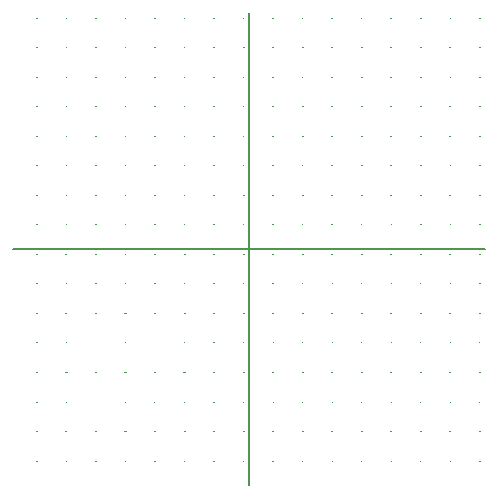
<source format=gto>
G04 #@! TF.GenerationSoftware,KiCad,Pcbnew,7.0.10-7.0.10~ubuntu22.04.1*
G04 #@! TF.CreationDate,2024-06-09T21:40:06-07:00*
G04 #@! TF.ProjectId,driver_cplex_rp2040,64726976-6572-45f6-9370-6c65785f7270,rev?*
G04 #@! TF.SameCoordinates,Original*
G04 #@! TF.FileFunction,Legend,Top*
G04 #@! TF.FilePolarity,Positive*
%FSLAX46Y46*%
G04 Gerber Fmt 4.6, Leading zero omitted, Abs format (unit mm)*
G04 Created by KiCad (PCBNEW 7.0.10-7.0.10~ubuntu22.04.1) date 2024-06-09 21:40:06*
%MOMM*%
%LPD*%
G01*
G04 APERTURE LIST*
G04 Aperture macros list*
%AMRoundRect*
0 Rectangle with rounded corners*
0 $1 Rounding radius*
0 $2 $3 $4 $5 $6 $7 $8 $9 X,Y pos of 4 corners*
0 Add a 4 corners polygon primitive as box body*
4,1,4,$2,$3,$4,$5,$6,$7,$8,$9,$2,$3,0*
0 Add four circle primitives for the rounded corners*
1,1,$1+$1,$2,$3*
1,1,$1+$1,$4,$5*
1,1,$1+$1,$6,$7*
1,1,$1+$1,$8,$9*
0 Add four rect primitives between the rounded corners*
20,1,$1+$1,$2,$3,$4,$5,0*
20,1,$1+$1,$4,$5,$6,$7,0*
20,1,$1+$1,$6,$7,$8,$9,0*
20,1,$1+$1,$8,$9,$2,$3,0*%
G04 Aperture macros list end*
%ADD10C,0.200000*%
%ADD11C,0.100000*%
%ADD12RoundRect,0.147500X-0.017678X0.226274X-0.226274X0.017678X0.017678X-0.226274X0.226274X-0.017678X0*%
G04 APERTURE END LIST*
D10*
X50000000Y-70000000D02*
X90000000Y-70000000D01*
X70000000Y-50000000D02*
X70000000Y-90000000D01*
D11*
X79570746Y-62979254D02*
G75*
G03*
X79470746Y-62979254I-50000J0D01*
G01*
X79470746Y-62979254D02*
G75*
G03*
X79570746Y-62979254I50000J0D01*
G01*
X77070746Y-82979254D02*
G75*
G03*
X76970746Y-82979254I-50000J0D01*
G01*
X76970746Y-82979254D02*
G75*
G03*
X77070746Y-82979254I50000J0D01*
G01*
X77070746Y-62979254D02*
G75*
G03*
X76970746Y-62979254I-50000J0D01*
G01*
X76970746Y-62979254D02*
G75*
G03*
X77070746Y-62979254I50000J0D01*
G01*
X74570746Y-82979254D02*
G75*
G03*
X74470746Y-82979254I-50000J0D01*
G01*
X74470746Y-82979254D02*
G75*
G03*
X74570746Y-82979254I50000J0D01*
G01*
X74570746Y-62979254D02*
G75*
G03*
X74470746Y-62979254I-50000J0D01*
G01*
X74470746Y-62979254D02*
G75*
G03*
X74570746Y-62979254I50000J0D01*
G01*
X72070746Y-82979254D02*
G75*
G03*
X71970746Y-82979254I-50000J0D01*
G01*
X71970746Y-82979254D02*
G75*
G03*
X72070746Y-82979254I50000J0D01*
G01*
X72070746Y-62979254D02*
G75*
G03*
X71970746Y-62979254I-50000J0D01*
G01*
X71970746Y-62979254D02*
G75*
G03*
X72070746Y-62979254I50000J0D01*
G01*
X79570746Y-80479254D02*
G75*
G03*
X79470746Y-80479254I-50000J0D01*
G01*
X79470746Y-80479254D02*
G75*
G03*
X79570746Y-80479254I50000J0D01*
G01*
X79570746Y-60479254D02*
G75*
G03*
X79470746Y-60479254I-50000J0D01*
G01*
X79470746Y-60479254D02*
G75*
G03*
X79570746Y-60479254I50000J0D01*
G01*
X77070746Y-80479254D02*
G75*
G03*
X76970746Y-80479254I-50000J0D01*
G01*
X76970746Y-80479254D02*
G75*
G03*
X77070746Y-80479254I50000J0D01*
G01*
X77070746Y-60479254D02*
G75*
G03*
X76970746Y-60479254I-50000J0D01*
G01*
X76970746Y-60479254D02*
G75*
G03*
X77070746Y-60479254I50000J0D01*
G01*
X74570746Y-80479254D02*
G75*
G03*
X74470746Y-80479254I-50000J0D01*
G01*
X74470746Y-80479254D02*
G75*
G03*
X74570746Y-80479254I50000J0D01*
G01*
X74570746Y-60479254D02*
G75*
G03*
X74470746Y-60479254I-50000J0D01*
G01*
X74470746Y-60479254D02*
G75*
G03*
X74570746Y-60479254I50000J0D01*
G01*
X72070746Y-80479254D02*
G75*
G03*
X71970746Y-80479254I-50000J0D01*
G01*
X71970746Y-80479254D02*
G75*
G03*
X72070746Y-80479254I50000J0D01*
G01*
X79570746Y-77979254D02*
G75*
G03*
X79470746Y-77979254I-50000J0D01*
G01*
X79470746Y-77979254D02*
G75*
G03*
X79570746Y-77979254I50000J0D01*
G01*
X72070746Y-60479254D02*
G75*
G03*
X71970746Y-60479254I-50000J0D01*
G01*
X71970746Y-60479254D02*
G75*
G03*
X72070746Y-60479254I50000J0D01*
G01*
X79570746Y-85479254D02*
G75*
G03*
X79470746Y-85479254I-50000J0D01*
G01*
X79470746Y-85479254D02*
G75*
G03*
X79570746Y-85479254I50000J0D01*
G01*
X77070746Y-67979254D02*
G75*
G03*
X76970746Y-67979254I-50000J0D01*
G01*
X76970746Y-67979254D02*
G75*
G03*
X77070746Y-67979254I50000J0D01*
G01*
X77070746Y-87979254D02*
G75*
G03*
X76970746Y-87979254I-50000J0D01*
G01*
X76970746Y-87979254D02*
G75*
G03*
X77070746Y-87979254I50000J0D01*
G01*
X69570746Y-87979254D02*
G75*
G03*
X69470746Y-87979254I-50000J0D01*
G01*
X69470746Y-87979254D02*
G75*
G03*
X69570746Y-87979254I50000J0D01*
G01*
X79570746Y-67979254D02*
G75*
G03*
X79470746Y-67979254I-50000J0D01*
G01*
X79470746Y-67979254D02*
G75*
G03*
X79570746Y-67979254I50000J0D01*
G01*
X74570746Y-87979254D02*
G75*
G03*
X74470746Y-87979254I-50000J0D01*
G01*
X74470746Y-87979254D02*
G75*
G03*
X74570746Y-87979254I50000J0D01*
G01*
X74570746Y-67979254D02*
G75*
G03*
X74470746Y-67979254I-50000J0D01*
G01*
X74470746Y-67979254D02*
G75*
G03*
X74570746Y-67979254I50000J0D01*
G01*
X72070746Y-87979254D02*
G75*
G03*
X71970746Y-87979254I-50000J0D01*
G01*
X71970746Y-87979254D02*
G75*
G03*
X72070746Y-87979254I50000J0D01*
G01*
X72070746Y-67979254D02*
G75*
G03*
X71970746Y-67979254I-50000J0D01*
G01*
X71970746Y-67979254D02*
G75*
G03*
X72070746Y-67979254I50000J0D01*
G01*
X79570746Y-82979254D02*
G75*
G03*
X79470746Y-82979254I-50000J0D01*
G01*
X79470746Y-82979254D02*
G75*
G03*
X79570746Y-82979254I50000J0D01*
G01*
X79570746Y-65479254D02*
G75*
G03*
X79470746Y-65479254I-50000J0D01*
G01*
X79470746Y-65479254D02*
G75*
G03*
X79570746Y-65479254I50000J0D01*
G01*
X77070746Y-85479254D02*
G75*
G03*
X76970746Y-85479254I-50000J0D01*
G01*
X76970746Y-85479254D02*
G75*
G03*
X77070746Y-85479254I50000J0D01*
G01*
X77070746Y-65479254D02*
G75*
G03*
X76970746Y-65479254I-50000J0D01*
G01*
X76970746Y-65479254D02*
G75*
G03*
X77070746Y-65479254I50000J0D01*
G01*
X74570746Y-85479254D02*
G75*
G03*
X74470746Y-85479254I-50000J0D01*
G01*
X74470746Y-85479254D02*
G75*
G03*
X74570746Y-85479254I50000J0D01*
G01*
X74570746Y-65479254D02*
G75*
G03*
X74470746Y-65479254I-50000J0D01*
G01*
X74470746Y-65479254D02*
G75*
G03*
X74570746Y-65479254I50000J0D01*
G01*
X72070746Y-85479254D02*
G75*
G03*
X71970746Y-85479254I-50000J0D01*
G01*
X71970746Y-85479254D02*
G75*
G03*
X72070746Y-85479254I50000J0D01*
G01*
X72070746Y-65479254D02*
G75*
G03*
X71970746Y-65479254I-50000J0D01*
G01*
X71970746Y-65479254D02*
G75*
G03*
X72070746Y-65479254I50000J0D01*
G01*
X79570746Y-52979254D02*
G75*
G03*
X79470746Y-52979254I-50000J0D01*
G01*
X79470746Y-52979254D02*
G75*
G03*
X79570746Y-52979254I50000J0D01*
G01*
X69570746Y-65479254D02*
G75*
G03*
X69470746Y-65479254I-50000J0D01*
G01*
X69470746Y-65479254D02*
G75*
G03*
X69570746Y-65479254I50000J0D01*
G01*
X72070746Y-50479254D02*
G75*
G03*
X71970746Y-50479254I-50000J0D01*
G01*
X71970746Y-50479254D02*
G75*
G03*
X72070746Y-50479254I50000J0D01*
G01*
X72070746Y-70479254D02*
G75*
G03*
X71970746Y-70479254I-50000J0D01*
G01*
X71970746Y-70479254D02*
G75*
G03*
X72070746Y-70479254I50000J0D01*
G01*
X74570746Y-50479254D02*
G75*
G03*
X74470746Y-50479254I-50000J0D01*
G01*
X74470746Y-50479254D02*
G75*
G03*
X74570746Y-50479254I50000J0D01*
G01*
X74570746Y-70479254D02*
G75*
G03*
X74470746Y-70479254I-50000J0D01*
G01*
X74470746Y-70479254D02*
G75*
G03*
X74570746Y-70479254I50000J0D01*
G01*
X77070746Y-50479254D02*
G75*
G03*
X76970746Y-50479254I-50000J0D01*
G01*
X76970746Y-50479254D02*
G75*
G03*
X77070746Y-50479254I50000J0D01*
G01*
X77070746Y-70479254D02*
G75*
G03*
X76970746Y-70479254I-50000J0D01*
G01*
X76970746Y-70479254D02*
G75*
G03*
X77070746Y-70479254I50000J0D01*
G01*
X79570746Y-50479254D02*
G75*
G03*
X79470746Y-50479254I-50000J0D01*
G01*
X79470746Y-50479254D02*
G75*
G03*
X79570746Y-50479254I50000J0D01*
G01*
X79570746Y-70479254D02*
G75*
G03*
X79470746Y-70479254I-50000J0D01*
G01*
X79470746Y-70479254D02*
G75*
G03*
X79570746Y-70479254I50000J0D01*
G01*
X72070746Y-52979254D02*
G75*
G03*
X71970746Y-52979254I-50000J0D01*
G01*
X71970746Y-52979254D02*
G75*
G03*
X72070746Y-52979254I50000J0D01*
G01*
X72070746Y-72979254D02*
G75*
G03*
X71970746Y-72979254I-50000J0D01*
G01*
X71970746Y-72979254D02*
G75*
G03*
X72070746Y-72979254I50000J0D01*
G01*
X74570746Y-52979254D02*
G75*
G03*
X74470746Y-52979254I-50000J0D01*
G01*
X74470746Y-52979254D02*
G75*
G03*
X74570746Y-52979254I50000J0D01*
G01*
X74570746Y-72979254D02*
G75*
G03*
X74470746Y-72979254I-50000J0D01*
G01*
X74470746Y-72979254D02*
G75*
G03*
X74570746Y-72979254I50000J0D01*
G01*
X77070746Y-52979254D02*
G75*
G03*
X76970746Y-52979254I-50000J0D01*
G01*
X76970746Y-52979254D02*
G75*
G03*
X77070746Y-52979254I50000J0D01*
G01*
X77070746Y-72979254D02*
G75*
G03*
X76970746Y-72979254I-50000J0D01*
G01*
X76970746Y-72979254D02*
G75*
G03*
X77070746Y-72979254I50000J0D01*
G01*
X79570746Y-57979254D02*
G75*
G03*
X79470746Y-57979254I-50000J0D01*
G01*
X79470746Y-57979254D02*
G75*
G03*
X79570746Y-57979254I50000J0D01*
G01*
X79570746Y-72979254D02*
G75*
G03*
X79470746Y-72979254I-50000J0D01*
G01*
X79470746Y-72979254D02*
G75*
G03*
X79570746Y-72979254I50000J0D01*
G01*
X72070746Y-55479254D02*
G75*
G03*
X71970746Y-55479254I-50000J0D01*
G01*
X71970746Y-55479254D02*
G75*
G03*
X72070746Y-55479254I50000J0D01*
G01*
X72070746Y-75479254D02*
G75*
G03*
X71970746Y-75479254I-50000J0D01*
G01*
X71970746Y-75479254D02*
G75*
G03*
X72070746Y-75479254I50000J0D01*
G01*
X74570746Y-55479254D02*
G75*
G03*
X74470746Y-55479254I-50000J0D01*
G01*
X74470746Y-55479254D02*
G75*
G03*
X74570746Y-55479254I50000J0D01*
G01*
X74570746Y-75479254D02*
G75*
G03*
X74470746Y-75479254I-50000J0D01*
G01*
X74470746Y-75479254D02*
G75*
G03*
X74570746Y-75479254I50000J0D01*
G01*
X77070746Y-55479254D02*
G75*
G03*
X76970746Y-55479254I-50000J0D01*
G01*
X76970746Y-55479254D02*
G75*
G03*
X77070746Y-55479254I50000J0D01*
G01*
X77070746Y-75479254D02*
G75*
G03*
X76970746Y-75479254I-50000J0D01*
G01*
X76970746Y-75479254D02*
G75*
G03*
X77070746Y-75479254I50000J0D01*
G01*
X79570746Y-55479254D02*
G75*
G03*
X79470746Y-55479254I-50000J0D01*
G01*
X79470746Y-55479254D02*
G75*
G03*
X79570746Y-55479254I50000J0D01*
G01*
X79570746Y-75479254D02*
G75*
G03*
X79470746Y-75479254I-50000J0D01*
G01*
X79470746Y-75479254D02*
G75*
G03*
X79570746Y-75479254I50000J0D01*
G01*
X72070746Y-57979254D02*
G75*
G03*
X71970746Y-57979254I-50000J0D01*
G01*
X71970746Y-57979254D02*
G75*
G03*
X72070746Y-57979254I50000J0D01*
G01*
X72070746Y-77979254D02*
G75*
G03*
X71970746Y-77979254I-50000J0D01*
G01*
X71970746Y-77979254D02*
G75*
G03*
X72070746Y-77979254I50000J0D01*
G01*
X74570746Y-57979254D02*
G75*
G03*
X74470746Y-57979254I-50000J0D01*
G01*
X74470746Y-57979254D02*
G75*
G03*
X74570746Y-57979254I50000J0D01*
G01*
X74570746Y-77979254D02*
G75*
G03*
X74470746Y-77979254I-50000J0D01*
G01*
X74470746Y-77979254D02*
G75*
G03*
X74570746Y-77979254I50000J0D01*
G01*
X77070746Y-57979254D02*
G75*
G03*
X76970746Y-57979254I-50000J0D01*
G01*
X76970746Y-57979254D02*
G75*
G03*
X77070746Y-57979254I50000J0D01*
G01*
X77070746Y-77979254D02*
G75*
G03*
X76970746Y-77979254I-50000J0D01*
G01*
X76970746Y-77979254D02*
G75*
G03*
X77070746Y-77979254I50000J0D01*
G01*
X89570746Y-80479254D02*
G75*
G03*
X89470746Y-80479254I-50000J0D01*
G01*
X89470746Y-80479254D02*
G75*
G03*
X89570746Y-80479254I50000J0D01*
G01*
X89570746Y-82979254D02*
G75*
G03*
X89470746Y-82979254I-50000J0D01*
G01*
X89470746Y-82979254D02*
G75*
G03*
X89570746Y-82979254I50000J0D01*
G01*
X89570746Y-62979254D02*
G75*
G03*
X89470746Y-62979254I-50000J0D01*
G01*
X89470746Y-62979254D02*
G75*
G03*
X89570746Y-62979254I50000J0D01*
G01*
X87070746Y-82979254D02*
G75*
G03*
X86970746Y-82979254I-50000J0D01*
G01*
X86970746Y-82979254D02*
G75*
G03*
X87070746Y-82979254I50000J0D01*
G01*
X87070746Y-62979254D02*
G75*
G03*
X86970746Y-62979254I-50000J0D01*
G01*
X86970746Y-62979254D02*
G75*
G03*
X87070746Y-62979254I50000J0D01*
G01*
X84570746Y-82979254D02*
G75*
G03*
X84470746Y-82979254I-50000J0D01*
G01*
X84470746Y-82979254D02*
G75*
G03*
X84570746Y-82979254I50000J0D01*
G01*
X84570746Y-62979254D02*
G75*
G03*
X84470746Y-62979254I-50000J0D01*
G01*
X84470746Y-62979254D02*
G75*
G03*
X84570746Y-62979254I50000J0D01*
G01*
X82070746Y-82979254D02*
G75*
G03*
X81970746Y-82979254I-50000J0D01*
G01*
X81970746Y-82979254D02*
G75*
G03*
X82070746Y-82979254I50000J0D01*
G01*
X82070746Y-62979254D02*
G75*
G03*
X81970746Y-62979254I-50000J0D01*
G01*
X81970746Y-62979254D02*
G75*
G03*
X82070746Y-62979254I50000J0D01*
G01*
X82070746Y-65479254D02*
G75*
G03*
X81970746Y-65479254I-50000J0D01*
G01*
X81970746Y-65479254D02*
G75*
G03*
X82070746Y-65479254I50000J0D01*
G01*
X89570746Y-60479254D02*
G75*
G03*
X89470746Y-60479254I-50000J0D01*
G01*
X89470746Y-60479254D02*
G75*
G03*
X89570746Y-60479254I50000J0D01*
G01*
X87070746Y-80479254D02*
G75*
G03*
X86970746Y-80479254I-50000J0D01*
G01*
X86970746Y-80479254D02*
G75*
G03*
X87070746Y-80479254I50000J0D01*
G01*
X87070746Y-60479254D02*
G75*
G03*
X86970746Y-60479254I-50000J0D01*
G01*
X86970746Y-60479254D02*
G75*
G03*
X87070746Y-60479254I50000J0D01*
G01*
X84570746Y-80479254D02*
G75*
G03*
X84470746Y-80479254I-50000J0D01*
G01*
X84470746Y-80479254D02*
G75*
G03*
X84570746Y-80479254I50000J0D01*
G01*
X84570746Y-60479254D02*
G75*
G03*
X84470746Y-60479254I-50000J0D01*
G01*
X84470746Y-60479254D02*
G75*
G03*
X84570746Y-60479254I50000J0D01*
G01*
X82070746Y-80479254D02*
G75*
G03*
X81970746Y-80479254I-50000J0D01*
G01*
X81970746Y-80479254D02*
G75*
G03*
X82070746Y-80479254I50000J0D01*
G01*
X82070746Y-60479254D02*
G75*
G03*
X81970746Y-60479254I-50000J0D01*
G01*
X81970746Y-60479254D02*
G75*
G03*
X82070746Y-60479254I50000J0D01*
G01*
X89570746Y-77979254D02*
G75*
G03*
X89470746Y-77979254I-50000J0D01*
G01*
X89470746Y-77979254D02*
G75*
G03*
X89570746Y-77979254I50000J0D01*
G01*
X82070746Y-85479254D02*
G75*
G03*
X81970746Y-85479254I-50000J0D01*
G01*
X81970746Y-85479254D02*
G75*
G03*
X82070746Y-85479254I50000J0D01*
G01*
X84570746Y-65479254D02*
G75*
G03*
X84470746Y-65479254I-50000J0D01*
G01*
X84470746Y-65479254D02*
G75*
G03*
X84570746Y-65479254I50000J0D01*
G01*
X84570746Y-85479254D02*
G75*
G03*
X84470746Y-85479254I-50000J0D01*
G01*
X84470746Y-85479254D02*
G75*
G03*
X84570746Y-85479254I50000J0D01*
G01*
X87070746Y-65479254D02*
G75*
G03*
X86970746Y-65479254I-50000J0D01*
G01*
X86970746Y-65479254D02*
G75*
G03*
X87070746Y-65479254I50000J0D01*
G01*
X87070746Y-85479254D02*
G75*
G03*
X86970746Y-85479254I-50000J0D01*
G01*
X86970746Y-85479254D02*
G75*
G03*
X87070746Y-85479254I50000J0D01*
G01*
X89570746Y-65479254D02*
G75*
G03*
X89470746Y-65479254I-50000J0D01*
G01*
X89470746Y-65479254D02*
G75*
G03*
X89570746Y-65479254I50000J0D01*
G01*
X89570746Y-85479254D02*
G75*
G03*
X89470746Y-85479254I-50000J0D01*
G01*
X89470746Y-85479254D02*
G75*
G03*
X89570746Y-85479254I50000J0D01*
G01*
X82070746Y-67979254D02*
G75*
G03*
X81970746Y-67979254I-50000J0D01*
G01*
X81970746Y-67979254D02*
G75*
G03*
X82070746Y-67979254I50000J0D01*
G01*
X82070746Y-87979254D02*
G75*
G03*
X81970746Y-87979254I-50000J0D01*
G01*
X81970746Y-87979254D02*
G75*
G03*
X82070746Y-87979254I50000J0D01*
G01*
X84570746Y-67979254D02*
G75*
G03*
X84470746Y-67979254I-50000J0D01*
G01*
X84470746Y-67979254D02*
G75*
G03*
X84570746Y-67979254I50000J0D01*
G01*
X84570746Y-87979254D02*
G75*
G03*
X84470746Y-87979254I-50000J0D01*
G01*
X84470746Y-87979254D02*
G75*
G03*
X84570746Y-87979254I50000J0D01*
G01*
X87070746Y-67979254D02*
G75*
G03*
X86970746Y-67979254I-50000J0D01*
G01*
X86970746Y-67979254D02*
G75*
G03*
X87070746Y-67979254I50000J0D01*
G01*
X87070746Y-87979254D02*
G75*
G03*
X86970746Y-87979254I-50000J0D01*
G01*
X86970746Y-87979254D02*
G75*
G03*
X87070746Y-87979254I50000J0D01*
G01*
X89570746Y-67979254D02*
G75*
G03*
X89470746Y-67979254I-50000J0D01*
G01*
X89470746Y-67979254D02*
G75*
G03*
X89570746Y-67979254I50000J0D01*
G01*
X89570746Y-87979254D02*
G75*
G03*
X89470746Y-87979254I-50000J0D01*
G01*
X89470746Y-87979254D02*
G75*
G03*
X89570746Y-87979254I50000J0D01*
G01*
X89570746Y-72979254D02*
G75*
G03*
X89470746Y-72979254I-50000J0D01*
G01*
X89470746Y-72979254D02*
G75*
G03*
X89570746Y-72979254I50000J0D01*
G01*
X82070746Y-50479254D02*
G75*
G03*
X81970746Y-50479254I-50000J0D01*
G01*
X81970746Y-50479254D02*
G75*
G03*
X82070746Y-50479254I50000J0D01*
G01*
X82070746Y-70479254D02*
G75*
G03*
X81970746Y-70479254I-50000J0D01*
G01*
X81970746Y-70479254D02*
G75*
G03*
X82070746Y-70479254I50000J0D01*
G01*
X84570746Y-50479254D02*
G75*
G03*
X84470746Y-50479254I-50000J0D01*
G01*
X84470746Y-50479254D02*
G75*
G03*
X84570746Y-50479254I50000J0D01*
G01*
X84570746Y-70479254D02*
G75*
G03*
X84470746Y-70479254I-50000J0D01*
G01*
X84470746Y-70479254D02*
G75*
G03*
X84570746Y-70479254I50000J0D01*
G01*
X87070746Y-50479254D02*
G75*
G03*
X86970746Y-50479254I-50000J0D01*
G01*
X86970746Y-50479254D02*
G75*
G03*
X87070746Y-50479254I50000J0D01*
G01*
X87070746Y-70479254D02*
G75*
G03*
X86970746Y-70479254I-50000J0D01*
G01*
X86970746Y-70479254D02*
G75*
G03*
X87070746Y-70479254I50000J0D01*
G01*
X89570746Y-50479254D02*
G75*
G03*
X89470746Y-50479254I-50000J0D01*
G01*
X89470746Y-50479254D02*
G75*
G03*
X89570746Y-50479254I50000J0D01*
G01*
X89570746Y-70479254D02*
G75*
G03*
X89470746Y-70479254I-50000J0D01*
G01*
X89470746Y-70479254D02*
G75*
G03*
X89570746Y-70479254I50000J0D01*
G01*
X82070746Y-52979254D02*
G75*
G03*
X81970746Y-52979254I-50000J0D01*
G01*
X81970746Y-52979254D02*
G75*
G03*
X82070746Y-52979254I50000J0D01*
G01*
X82070746Y-72979254D02*
G75*
G03*
X81970746Y-72979254I-50000J0D01*
G01*
X81970746Y-72979254D02*
G75*
G03*
X82070746Y-72979254I50000J0D01*
G01*
X84570746Y-52979254D02*
G75*
G03*
X84470746Y-52979254I-50000J0D01*
G01*
X84470746Y-52979254D02*
G75*
G03*
X84570746Y-52979254I50000J0D01*
G01*
X84570746Y-72979254D02*
G75*
G03*
X84470746Y-72979254I-50000J0D01*
G01*
X84470746Y-72979254D02*
G75*
G03*
X84570746Y-72979254I50000J0D01*
G01*
X87070746Y-52979254D02*
G75*
G03*
X86970746Y-52979254I-50000J0D01*
G01*
X86970746Y-52979254D02*
G75*
G03*
X87070746Y-52979254I50000J0D01*
G01*
X87070746Y-72979254D02*
G75*
G03*
X86970746Y-72979254I-50000J0D01*
G01*
X86970746Y-72979254D02*
G75*
G03*
X87070746Y-72979254I50000J0D01*
G01*
X89570746Y-52979254D02*
G75*
G03*
X89470746Y-52979254I-50000J0D01*
G01*
X89470746Y-52979254D02*
G75*
G03*
X89570746Y-52979254I50000J0D01*
G01*
X79570746Y-87979254D02*
G75*
G03*
X79470746Y-87979254I-50000J0D01*
G01*
X79470746Y-87979254D02*
G75*
G03*
X79570746Y-87979254I50000J0D01*
G01*
X82070746Y-55479254D02*
G75*
G03*
X81970746Y-55479254I-50000J0D01*
G01*
X81970746Y-55479254D02*
G75*
G03*
X82070746Y-55479254I50000J0D01*
G01*
X82070746Y-75479254D02*
G75*
G03*
X81970746Y-75479254I-50000J0D01*
G01*
X81970746Y-75479254D02*
G75*
G03*
X82070746Y-75479254I50000J0D01*
G01*
X84570746Y-55479254D02*
G75*
G03*
X84470746Y-55479254I-50000J0D01*
G01*
X84470746Y-55479254D02*
G75*
G03*
X84570746Y-55479254I50000J0D01*
G01*
X84570746Y-75479254D02*
G75*
G03*
X84470746Y-75479254I-50000J0D01*
G01*
X84470746Y-75479254D02*
G75*
G03*
X84570746Y-75479254I50000J0D01*
G01*
X87070746Y-55479254D02*
G75*
G03*
X86970746Y-55479254I-50000J0D01*
G01*
X86970746Y-55479254D02*
G75*
G03*
X87070746Y-55479254I50000J0D01*
G01*
X87070746Y-75479254D02*
G75*
G03*
X86970746Y-75479254I-50000J0D01*
G01*
X86970746Y-75479254D02*
G75*
G03*
X87070746Y-75479254I50000J0D01*
G01*
X89570746Y-55479254D02*
G75*
G03*
X89470746Y-55479254I-50000J0D01*
G01*
X89470746Y-55479254D02*
G75*
G03*
X89570746Y-55479254I50000J0D01*
G01*
X89570746Y-75479254D02*
G75*
G03*
X89470746Y-75479254I-50000J0D01*
G01*
X89470746Y-75479254D02*
G75*
G03*
X89570746Y-75479254I50000J0D01*
G01*
X82070746Y-57979254D02*
G75*
G03*
X81970746Y-57979254I-50000J0D01*
G01*
X81970746Y-57979254D02*
G75*
G03*
X82070746Y-57979254I50000J0D01*
G01*
X82070746Y-77979254D02*
G75*
G03*
X81970746Y-77979254I-50000J0D01*
G01*
X81970746Y-77979254D02*
G75*
G03*
X82070746Y-77979254I50000J0D01*
G01*
X84570746Y-57979254D02*
G75*
G03*
X84470746Y-57979254I-50000J0D01*
G01*
X84470746Y-57979254D02*
G75*
G03*
X84570746Y-57979254I50000J0D01*
G01*
X84570746Y-77979254D02*
G75*
G03*
X84470746Y-77979254I-50000J0D01*
G01*
X84470746Y-77979254D02*
G75*
G03*
X84570746Y-77979254I50000J0D01*
G01*
X87070746Y-57979254D02*
G75*
G03*
X86970746Y-57979254I-50000J0D01*
G01*
X86970746Y-57979254D02*
G75*
G03*
X87070746Y-57979254I50000J0D01*
G01*
X87070746Y-77979254D02*
G75*
G03*
X86970746Y-77979254I-50000J0D01*
G01*
X86970746Y-77979254D02*
G75*
G03*
X87070746Y-77979254I50000J0D01*
G01*
X89570746Y-57979254D02*
G75*
G03*
X89470746Y-57979254I-50000J0D01*
G01*
X89470746Y-57979254D02*
G75*
G03*
X89570746Y-57979254I50000J0D01*
G01*
X59570746Y-82979254D02*
G75*
G03*
X59470746Y-82979254I-50000J0D01*
G01*
X59470746Y-82979254D02*
G75*
G03*
X59570746Y-82979254I50000J0D01*
G01*
X52070746Y-60479254D02*
G75*
G03*
X51970746Y-60479254I-50000J0D01*
G01*
X51970746Y-60479254D02*
G75*
G03*
X52070746Y-60479254I50000J0D01*
G01*
X52070746Y-80479254D02*
G75*
G03*
X51970746Y-80479254I-50000J0D01*
G01*
X51970746Y-80479254D02*
G75*
G03*
X52070746Y-80479254I50000J0D01*
G01*
X54570746Y-60479254D02*
G75*
G03*
X54470746Y-60479254I-50000J0D01*
G01*
X54470746Y-60479254D02*
G75*
G03*
X54570746Y-60479254I50000J0D01*
G01*
X54570746Y-80479254D02*
G75*
G03*
X54470746Y-80479254I-50000J0D01*
G01*
X54470746Y-80479254D02*
G75*
G03*
X54570746Y-80479254I50000J0D01*
G01*
X57070746Y-60479254D02*
G75*
G03*
X56970746Y-60479254I-50000J0D01*
G01*
X56970746Y-60479254D02*
G75*
G03*
X57070746Y-60479254I50000J0D01*
G01*
X57070746Y-80479254D02*
G75*
G03*
X56970746Y-80479254I-50000J0D01*
G01*
X56970746Y-80479254D02*
G75*
G03*
X57070746Y-80479254I50000J0D01*
G01*
X59570746Y-60479254D02*
G75*
G03*
X59470746Y-60479254I-50000J0D01*
G01*
X59470746Y-60479254D02*
G75*
G03*
X59570746Y-60479254I50000J0D01*
G01*
X59570746Y-80479254D02*
G75*
G03*
X59470746Y-80479254I-50000J0D01*
G01*
X59470746Y-80479254D02*
G75*
G03*
X59570746Y-80479254I50000J0D01*
G01*
X52070746Y-62979254D02*
G75*
G03*
X51970746Y-62979254I-50000J0D01*
G01*
X51970746Y-62979254D02*
G75*
G03*
X52070746Y-62979254I50000J0D01*
G01*
X52070746Y-82979254D02*
G75*
G03*
X51970746Y-82979254I-50000J0D01*
G01*
X51970746Y-82979254D02*
G75*
G03*
X52070746Y-82979254I50000J0D01*
G01*
X54570746Y-62979254D02*
G75*
G03*
X54470746Y-62979254I-50000J0D01*
G01*
X54470746Y-62979254D02*
G75*
G03*
X54570746Y-62979254I50000J0D01*
G01*
X54570746Y-82979254D02*
G75*
G03*
X54470746Y-82979254I-50000J0D01*
G01*
X54470746Y-82979254D02*
G75*
G03*
X54570746Y-82979254I50000J0D01*
G01*
X57070746Y-62979254D02*
G75*
G03*
X56970746Y-62979254I-50000J0D01*
G01*
X56970746Y-62979254D02*
G75*
G03*
X57070746Y-62979254I50000J0D01*
G01*
X57070746Y-82979254D02*
G75*
G03*
X56970746Y-82979254I-50000J0D01*
G01*
X56970746Y-82979254D02*
G75*
G03*
X57070746Y-82979254I50000J0D01*
G01*
X59570746Y-62979254D02*
G75*
G03*
X59470746Y-62979254I-50000J0D01*
G01*
X59470746Y-62979254D02*
G75*
G03*
X59570746Y-62979254I50000J0D01*
G01*
X59570746Y-77979254D02*
G75*
G03*
X59470746Y-77979254I-50000J0D01*
G01*
X59470746Y-77979254D02*
G75*
G03*
X59570746Y-77979254I50000J0D01*
G01*
X52070746Y-65479254D02*
G75*
G03*
X51970746Y-65479254I-50000J0D01*
G01*
X51970746Y-65479254D02*
G75*
G03*
X52070746Y-65479254I50000J0D01*
G01*
X52070746Y-85479254D02*
G75*
G03*
X51970746Y-85479254I-50000J0D01*
G01*
X51970746Y-85479254D02*
G75*
G03*
X52070746Y-85479254I50000J0D01*
G01*
X54570746Y-65479254D02*
G75*
G03*
X54470746Y-65479254I-50000J0D01*
G01*
X54470746Y-65479254D02*
G75*
G03*
X54570746Y-65479254I50000J0D01*
G01*
X54570746Y-85479254D02*
G75*
G03*
X54470746Y-85479254I-50000J0D01*
G01*
X54470746Y-85479254D02*
G75*
G03*
X54570746Y-85479254I50000J0D01*
G01*
X57070746Y-65479254D02*
G75*
G03*
X56970746Y-65479254I-50000J0D01*
G01*
X56970746Y-65479254D02*
G75*
G03*
X57070746Y-65479254I50000J0D01*
G01*
X57070746Y-85479254D02*
G75*
G03*
X56970746Y-85479254I-50000J0D01*
G01*
X56970746Y-85479254D02*
G75*
G03*
X57070746Y-85479254I50000J0D01*
G01*
X59570746Y-65479254D02*
G75*
G03*
X59470746Y-65479254I-50000J0D01*
G01*
X59470746Y-65479254D02*
G75*
G03*
X59570746Y-65479254I50000J0D01*
G01*
X59570746Y-85479254D02*
G75*
G03*
X59470746Y-85479254I-50000J0D01*
G01*
X59470746Y-85479254D02*
G75*
G03*
X59570746Y-85479254I50000J0D01*
G01*
X52070746Y-67979254D02*
G75*
G03*
X51970746Y-67979254I-50000J0D01*
G01*
X51970746Y-67979254D02*
G75*
G03*
X52070746Y-67979254I50000J0D01*
G01*
X52070746Y-87979254D02*
G75*
G03*
X51970746Y-87979254I-50000J0D01*
G01*
X51970746Y-87979254D02*
G75*
G03*
X52070746Y-87979254I50000J0D01*
G01*
X54570746Y-67979254D02*
G75*
G03*
X54470746Y-67979254I-50000J0D01*
G01*
X54470746Y-67979254D02*
G75*
G03*
X54570746Y-67979254I50000J0D01*
G01*
X54570746Y-87979254D02*
G75*
G03*
X54470746Y-87979254I-50000J0D01*
G01*
X54470746Y-87979254D02*
G75*
G03*
X54570746Y-87979254I50000J0D01*
G01*
X57070746Y-67979254D02*
G75*
G03*
X56970746Y-67979254I-50000J0D01*
G01*
X56970746Y-67979254D02*
G75*
G03*
X57070746Y-67979254I50000J0D01*
G01*
X57070746Y-87979254D02*
G75*
G03*
X56970746Y-87979254I-50000J0D01*
G01*
X56970746Y-87979254D02*
G75*
G03*
X57070746Y-87979254I50000J0D01*
G01*
X59570746Y-67979254D02*
G75*
G03*
X59470746Y-67979254I-50000J0D01*
G01*
X59470746Y-67979254D02*
G75*
G03*
X59570746Y-67979254I50000J0D01*
G01*
X59570746Y-72979254D02*
G75*
G03*
X59470746Y-72979254I-50000J0D01*
G01*
X59470746Y-72979254D02*
G75*
G03*
X59570746Y-72979254I50000J0D01*
G01*
X52070746Y-50479254D02*
G75*
G03*
X51970746Y-50479254I-50000J0D01*
G01*
X51970746Y-50479254D02*
G75*
G03*
X52070746Y-50479254I50000J0D01*
G01*
X52070746Y-70479254D02*
G75*
G03*
X51970746Y-70479254I-50000J0D01*
G01*
X51970746Y-70479254D02*
G75*
G03*
X52070746Y-70479254I50000J0D01*
G01*
X54570746Y-50479254D02*
G75*
G03*
X54470746Y-50479254I-50000J0D01*
G01*
X54470746Y-50479254D02*
G75*
G03*
X54570746Y-50479254I50000J0D01*
G01*
X54570746Y-70479254D02*
G75*
G03*
X54470746Y-70479254I-50000J0D01*
G01*
X54470746Y-70479254D02*
G75*
G03*
X54570746Y-70479254I50000J0D01*
G01*
X57070746Y-50479254D02*
G75*
G03*
X56970746Y-50479254I-50000J0D01*
G01*
X56970746Y-50479254D02*
G75*
G03*
X57070746Y-50479254I50000J0D01*
G01*
X57070746Y-70479254D02*
G75*
G03*
X56970746Y-70479254I-50000J0D01*
G01*
X56970746Y-70479254D02*
G75*
G03*
X57070746Y-70479254I50000J0D01*
G01*
X59570746Y-50479254D02*
G75*
G03*
X59470746Y-50479254I-50000J0D01*
G01*
X59470746Y-50479254D02*
G75*
G03*
X59570746Y-50479254I50000J0D01*
G01*
X59570746Y-70479254D02*
G75*
G03*
X59470746Y-70479254I-50000J0D01*
G01*
X59470746Y-70479254D02*
G75*
G03*
X59570746Y-70479254I50000J0D01*
G01*
X52070746Y-52979254D02*
G75*
G03*
X51970746Y-52979254I-50000J0D01*
G01*
X51970746Y-52979254D02*
G75*
G03*
X52070746Y-52979254I50000J0D01*
G01*
X52070746Y-72979254D02*
G75*
G03*
X51970746Y-72979254I-50000J0D01*
G01*
X51970746Y-72979254D02*
G75*
G03*
X52070746Y-72979254I50000J0D01*
G01*
X54570746Y-52979254D02*
G75*
G03*
X54470746Y-52979254I-50000J0D01*
G01*
X54470746Y-52979254D02*
G75*
G03*
X54570746Y-52979254I50000J0D01*
G01*
X54570746Y-72979254D02*
G75*
G03*
X54470746Y-72979254I-50000J0D01*
G01*
X54470746Y-72979254D02*
G75*
G03*
X54570746Y-72979254I50000J0D01*
G01*
X57070746Y-52979254D02*
G75*
G03*
X56970746Y-52979254I-50000J0D01*
G01*
X56970746Y-52979254D02*
G75*
G03*
X57070746Y-52979254I50000J0D01*
G01*
X57070746Y-72979254D02*
G75*
G03*
X56970746Y-72979254I-50000J0D01*
G01*
X56970746Y-72979254D02*
G75*
G03*
X57070746Y-72979254I50000J0D01*
G01*
X59570746Y-52979254D02*
G75*
G03*
X59470746Y-52979254I-50000J0D01*
G01*
X59470746Y-52979254D02*
G75*
G03*
X59570746Y-52979254I50000J0D01*
G01*
X67070746Y-87979254D02*
G75*
G03*
X66970746Y-87979254I-50000J0D01*
G01*
X66970746Y-87979254D02*
G75*
G03*
X67070746Y-87979254I50000J0D01*
G01*
X52070746Y-55479254D02*
G75*
G03*
X51970746Y-55479254I-50000J0D01*
G01*
X51970746Y-55479254D02*
G75*
G03*
X52070746Y-55479254I50000J0D01*
G01*
X52070746Y-75479254D02*
G75*
G03*
X51970746Y-75479254I-50000J0D01*
G01*
X51970746Y-75479254D02*
G75*
G03*
X52070746Y-75479254I50000J0D01*
G01*
X54570746Y-55479254D02*
G75*
G03*
X54470746Y-55479254I-50000J0D01*
G01*
X54470746Y-55479254D02*
G75*
G03*
X54570746Y-55479254I50000J0D01*
G01*
X54570746Y-75479254D02*
G75*
G03*
X54470746Y-75479254I-50000J0D01*
G01*
X54470746Y-75479254D02*
G75*
G03*
X54570746Y-75479254I50000J0D01*
G01*
X57070746Y-55479254D02*
G75*
G03*
X56970746Y-55479254I-50000J0D01*
G01*
X56970746Y-55479254D02*
G75*
G03*
X57070746Y-55479254I50000J0D01*
G01*
X57070746Y-75479254D02*
G75*
G03*
X56970746Y-75479254I-50000J0D01*
G01*
X56970746Y-75479254D02*
G75*
G03*
X57070746Y-75479254I50000J0D01*
G01*
X59570746Y-55479254D02*
G75*
G03*
X59470746Y-55479254I-50000J0D01*
G01*
X59470746Y-55479254D02*
G75*
G03*
X59570746Y-55479254I50000J0D01*
G01*
X59570746Y-75479254D02*
G75*
G03*
X59470746Y-75479254I-50000J0D01*
G01*
X59470746Y-75479254D02*
G75*
G03*
X59570746Y-75479254I50000J0D01*
G01*
X52070746Y-57979254D02*
G75*
G03*
X51970746Y-57979254I-50000J0D01*
G01*
X51970746Y-57979254D02*
G75*
G03*
X52070746Y-57979254I50000J0D01*
G01*
X52070746Y-77979254D02*
G75*
G03*
X51970746Y-77979254I-50000J0D01*
G01*
X51970746Y-77979254D02*
G75*
G03*
X52070746Y-77979254I50000J0D01*
G01*
X54570746Y-57979254D02*
G75*
G03*
X54470746Y-57979254I-50000J0D01*
G01*
X54470746Y-57979254D02*
G75*
G03*
X54570746Y-57979254I50000J0D01*
G01*
X54570746Y-77979254D02*
G75*
G03*
X54470746Y-77979254I-50000J0D01*
G01*
X54470746Y-77979254D02*
G75*
G03*
X54570746Y-77979254I50000J0D01*
G01*
X57070746Y-57979254D02*
G75*
G03*
X56970746Y-57979254I-50000J0D01*
G01*
X56970746Y-57979254D02*
G75*
G03*
X57070746Y-57979254I50000J0D01*
G01*
X57070746Y-77979254D02*
G75*
G03*
X56970746Y-77979254I-50000J0D01*
G01*
X56970746Y-77979254D02*
G75*
G03*
X57070746Y-77979254I50000J0D01*
G01*
X59570746Y-57979254D02*
G75*
G03*
X59470746Y-57979254I-50000J0D01*
G01*
X59470746Y-57979254D02*
G75*
G03*
X59570746Y-57979254I50000J0D01*
G01*
X69570746Y-62979254D02*
G75*
G03*
X69470746Y-62979254I-50000J0D01*
G01*
X69470746Y-62979254D02*
G75*
G03*
X69570746Y-62979254I50000J0D01*
G01*
X69570746Y-77979254D02*
G75*
G03*
X69470746Y-77979254I-50000J0D01*
G01*
X69470746Y-77979254D02*
G75*
G03*
X69570746Y-77979254I50000J0D01*
G01*
X62070746Y-60479254D02*
G75*
G03*
X61970746Y-60479254I-50000J0D01*
G01*
X61970746Y-60479254D02*
G75*
G03*
X62070746Y-60479254I50000J0D01*
G01*
X62070746Y-80479254D02*
G75*
G03*
X61970746Y-80479254I-50000J0D01*
G01*
X61970746Y-80479254D02*
G75*
G03*
X62070746Y-80479254I50000J0D01*
G01*
X64570746Y-60479254D02*
G75*
G03*
X64470746Y-60479254I-50000J0D01*
G01*
X64470746Y-60479254D02*
G75*
G03*
X64570746Y-60479254I50000J0D01*
G01*
X64570746Y-80479254D02*
G75*
G03*
X64470746Y-80479254I-50000J0D01*
G01*
X64470746Y-80479254D02*
G75*
G03*
X64570746Y-80479254I50000J0D01*
G01*
X67070746Y-60479254D02*
G75*
G03*
X66970746Y-60479254I-50000J0D01*
G01*
X66970746Y-60479254D02*
G75*
G03*
X67070746Y-60479254I50000J0D01*
G01*
X67070746Y-80479254D02*
G75*
G03*
X66970746Y-80479254I-50000J0D01*
G01*
X66970746Y-80479254D02*
G75*
G03*
X67070746Y-80479254I50000J0D01*
G01*
X69570746Y-60479254D02*
G75*
G03*
X69470746Y-60479254I-50000J0D01*
G01*
X69470746Y-60479254D02*
G75*
G03*
X69570746Y-60479254I50000J0D01*
G01*
X69570746Y-80479254D02*
G75*
G03*
X69470746Y-80479254I-50000J0D01*
G01*
X69470746Y-80479254D02*
G75*
G03*
X69570746Y-80479254I50000J0D01*
G01*
X62070746Y-62979254D02*
G75*
G03*
X61970746Y-62979254I-50000J0D01*
G01*
X61970746Y-62979254D02*
G75*
G03*
X62070746Y-62979254I50000J0D01*
G01*
X62070746Y-82979254D02*
G75*
G03*
X61970746Y-82979254I-50000J0D01*
G01*
X61970746Y-82979254D02*
G75*
G03*
X62070746Y-82979254I50000J0D01*
G01*
X64570746Y-62979254D02*
G75*
G03*
X64470746Y-62979254I-50000J0D01*
G01*
X64470746Y-62979254D02*
G75*
G03*
X64570746Y-62979254I50000J0D01*
G01*
X64570746Y-82979254D02*
G75*
G03*
X64470746Y-82979254I-50000J0D01*
G01*
X64470746Y-82979254D02*
G75*
G03*
X64570746Y-82979254I50000J0D01*
G01*
X67070746Y-62979254D02*
G75*
G03*
X66970746Y-62979254I-50000J0D01*
G01*
X66970746Y-62979254D02*
G75*
G03*
X67070746Y-62979254I50000J0D01*
G01*
X67070746Y-82979254D02*
G75*
G03*
X66970746Y-82979254I-50000J0D01*
G01*
X66970746Y-82979254D02*
G75*
G03*
X67070746Y-82979254I50000J0D01*
G01*
X62070746Y-50479254D02*
G75*
G03*
X61970746Y-50479254I-50000J0D01*
G01*
X61970746Y-50479254D02*
G75*
G03*
X62070746Y-50479254I50000J0D01*
G01*
X69570746Y-82979254D02*
G75*
G03*
X69470746Y-82979254I-50000J0D01*
G01*
X69470746Y-82979254D02*
G75*
G03*
X69570746Y-82979254I50000J0D01*
G01*
X62070746Y-65479254D02*
G75*
G03*
X61970746Y-65479254I-50000J0D01*
G01*
X61970746Y-65479254D02*
G75*
G03*
X62070746Y-65479254I50000J0D01*
G01*
X62070746Y-85479254D02*
G75*
G03*
X61970746Y-85479254I-50000J0D01*
G01*
X61970746Y-85479254D02*
G75*
G03*
X62070746Y-85479254I50000J0D01*
G01*
X64570746Y-65479254D02*
G75*
G03*
X64470746Y-65479254I-50000J0D01*
G01*
X64470746Y-65479254D02*
G75*
G03*
X64570746Y-65479254I50000J0D01*
G01*
X64570746Y-85479254D02*
G75*
G03*
X64470746Y-85479254I-50000J0D01*
G01*
X64470746Y-85479254D02*
G75*
G03*
X64570746Y-85479254I50000J0D01*
G01*
X67070746Y-65479254D02*
G75*
G03*
X66970746Y-65479254I-50000J0D01*
G01*
X66970746Y-65479254D02*
G75*
G03*
X67070746Y-65479254I50000J0D01*
G01*
X67070746Y-85479254D02*
G75*
G03*
X66970746Y-85479254I-50000J0D01*
G01*
X66970746Y-85479254D02*
G75*
G03*
X67070746Y-85479254I50000J0D01*
G01*
X69570746Y-85479254D02*
G75*
G03*
X69470746Y-85479254I-50000J0D01*
G01*
X69470746Y-85479254D02*
G75*
G03*
X69570746Y-85479254I50000J0D01*
G01*
X62070746Y-67979254D02*
G75*
G03*
X61970746Y-67979254I-50000J0D01*
G01*
X61970746Y-67979254D02*
G75*
G03*
X62070746Y-67979254I50000J0D01*
G01*
X62070746Y-87979254D02*
G75*
G03*
X61970746Y-87979254I-50000J0D01*
G01*
X61970746Y-87979254D02*
G75*
G03*
X62070746Y-87979254I50000J0D01*
G01*
X64570746Y-67979254D02*
G75*
G03*
X64470746Y-67979254I-50000J0D01*
G01*
X64470746Y-67979254D02*
G75*
G03*
X64570746Y-67979254I50000J0D01*
G01*
X64570746Y-87979254D02*
G75*
G03*
X64470746Y-87979254I-50000J0D01*
G01*
X64470746Y-87979254D02*
G75*
G03*
X64570746Y-87979254I50000J0D01*
G01*
X67070746Y-67979254D02*
G75*
G03*
X66970746Y-67979254I-50000J0D01*
G01*
X66970746Y-67979254D02*
G75*
G03*
X67070746Y-67979254I50000J0D01*
G01*
X69570746Y-67979254D02*
G75*
G03*
X69470746Y-67979254I-50000J0D01*
G01*
X69470746Y-67979254D02*
G75*
G03*
X69570746Y-67979254I50000J0D01*
G01*
X67070746Y-77979254D02*
G75*
G03*
X66970746Y-77979254I-50000J0D01*
G01*
X66970746Y-77979254D02*
G75*
G03*
X67070746Y-77979254I50000J0D01*
G01*
X59570746Y-87979254D02*
G75*
G03*
X59470746Y-87979254I-50000J0D01*
G01*
X59470746Y-87979254D02*
G75*
G03*
X59570746Y-87979254I50000J0D01*
G01*
X62070746Y-70479254D02*
G75*
G03*
X61970746Y-70479254I-50000J0D01*
G01*
X61970746Y-70479254D02*
G75*
G03*
X62070746Y-70479254I50000J0D01*
G01*
X64570746Y-50479254D02*
G75*
G03*
X64470746Y-50479254I-50000J0D01*
G01*
X64470746Y-50479254D02*
G75*
G03*
X64570746Y-50479254I50000J0D01*
G01*
X64570746Y-70479254D02*
G75*
G03*
X64470746Y-70479254I-50000J0D01*
G01*
X64470746Y-70479254D02*
G75*
G03*
X64570746Y-70479254I50000J0D01*
G01*
X67070746Y-50479254D02*
G75*
G03*
X66970746Y-50479254I-50000J0D01*
G01*
X66970746Y-50479254D02*
G75*
G03*
X67070746Y-50479254I50000J0D01*
G01*
X67070746Y-70479254D02*
G75*
G03*
X66970746Y-70479254I-50000J0D01*
G01*
X66970746Y-70479254D02*
G75*
G03*
X67070746Y-70479254I50000J0D01*
G01*
X69570746Y-50479254D02*
G75*
G03*
X69470746Y-50479254I-50000J0D01*
G01*
X69470746Y-50479254D02*
G75*
G03*
X69570746Y-50479254I50000J0D01*
G01*
X69570746Y-57979254D02*
G75*
G03*
X69470746Y-57979254I-50000J0D01*
G01*
X69470746Y-57979254D02*
G75*
G03*
X69570746Y-57979254I50000J0D01*
G01*
X69570746Y-70479254D02*
G75*
G03*
X69470746Y-70479254I-50000J0D01*
G01*
X69470746Y-70479254D02*
G75*
G03*
X69570746Y-70479254I50000J0D01*
G01*
X62070746Y-52979254D02*
G75*
G03*
X61970746Y-52979254I-50000J0D01*
G01*
X61970746Y-52979254D02*
G75*
G03*
X62070746Y-52979254I50000J0D01*
G01*
X62070746Y-72979254D02*
G75*
G03*
X61970746Y-72979254I-50000J0D01*
G01*
X61970746Y-72979254D02*
G75*
G03*
X62070746Y-72979254I50000J0D01*
G01*
X64570746Y-52979254D02*
G75*
G03*
X64470746Y-52979254I-50000J0D01*
G01*
X64470746Y-52979254D02*
G75*
G03*
X64570746Y-52979254I50000J0D01*
G01*
X64570746Y-72979254D02*
G75*
G03*
X64470746Y-72979254I-50000J0D01*
G01*
X64470746Y-72979254D02*
G75*
G03*
X64570746Y-72979254I50000J0D01*
G01*
X67070746Y-52979254D02*
G75*
G03*
X66970746Y-52979254I-50000J0D01*
G01*
X66970746Y-52979254D02*
G75*
G03*
X67070746Y-52979254I50000J0D01*
G01*
X67070746Y-72979254D02*
G75*
G03*
X66970746Y-72979254I-50000J0D01*
G01*
X66970746Y-72979254D02*
G75*
G03*
X67070746Y-72979254I50000J0D01*
G01*
X69570746Y-72979254D02*
G75*
G03*
X69470746Y-72979254I-50000J0D01*
G01*
X69470746Y-72979254D02*
G75*
G03*
X69570746Y-72979254I50000J0D01*
G01*
X69570746Y-52979254D02*
G75*
G03*
X69470746Y-52979254I-50000J0D01*
G01*
X69470746Y-52979254D02*
G75*
G03*
X69570746Y-52979254I50000J0D01*
G01*
X67070746Y-57979254D02*
G75*
G03*
X66970746Y-57979254I-50000J0D01*
G01*
X66970746Y-57979254D02*
G75*
G03*
X67070746Y-57979254I50000J0D01*
G01*
X64570746Y-77979254D02*
G75*
G03*
X64470746Y-77979254I-50000J0D01*
G01*
X64470746Y-77979254D02*
G75*
G03*
X64570746Y-77979254I50000J0D01*
G01*
X64570746Y-57979254D02*
G75*
G03*
X64470746Y-57979254I-50000J0D01*
G01*
X64470746Y-57979254D02*
G75*
G03*
X64570746Y-57979254I50000J0D01*
G01*
X62070746Y-77979254D02*
G75*
G03*
X61970746Y-77979254I-50000J0D01*
G01*
X61970746Y-77979254D02*
G75*
G03*
X62070746Y-77979254I50000J0D01*
G01*
X62070746Y-57979254D02*
G75*
G03*
X61970746Y-57979254I-50000J0D01*
G01*
X61970746Y-57979254D02*
G75*
G03*
X62070746Y-57979254I50000J0D01*
G01*
X69570746Y-75479254D02*
G75*
G03*
X69470746Y-75479254I-50000J0D01*
G01*
X69470746Y-75479254D02*
G75*
G03*
X69570746Y-75479254I50000J0D01*
G01*
X69570746Y-55479254D02*
G75*
G03*
X69470746Y-55479254I-50000J0D01*
G01*
X69470746Y-55479254D02*
G75*
G03*
X69570746Y-55479254I50000J0D01*
G01*
X67070746Y-75479254D02*
G75*
G03*
X66970746Y-75479254I-50000J0D01*
G01*
X66970746Y-75479254D02*
G75*
G03*
X67070746Y-75479254I50000J0D01*
G01*
X67070746Y-55479254D02*
G75*
G03*
X66970746Y-55479254I-50000J0D01*
G01*
X66970746Y-55479254D02*
G75*
G03*
X67070746Y-55479254I50000J0D01*
G01*
X64570746Y-75479254D02*
G75*
G03*
X64470746Y-75479254I-50000J0D01*
G01*
X64470746Y-75479254D02*
G75*
G03*
X64570746Y-75479254I50000J0D01*
G01*
X64570746Y-55479254D02*
G75*
G03*
X64470746Y-55479254I-50000J0D01*
G01*
X64470746Y-55479254D02*
G75*
G03*
X64570746Y-55479254I50000J0D01*
G01*
X62070746Y-75479254D02*
G75*
G03*
X61970746Y-75479254I-50000J0D01*
G01*
X61970746Y-75479254D02*
G75*
G03*
X62070746Y-75479254I50000J0D01*
G01*
X62070746Y-55479254D02*
G75*
G03*
X61970746Y-55479254I-50000J0D01*
G01*
X61970746Y-55479254D02*
G75*
G03*
X62070746Y-55479254I50000J0D01*
G01*
%LPC*%
D12*
X79092947Y-63407053D03*
X78407053Y-64092947D03*
X76592947Y-83407053D03*
X75907053Y-84092947D03*
X76592947Y-63407053D03*
X75907053Y-64092947D03*
X74092947Y-83407053D03*
X73407053Y-84092947D03*
X74092947Y-63407053D03*
X73407053Y-64092947D03*
X71592947Y-83407053D03*
X70907053Y-84092947D03*
X71592947Y-63407053D03*
X70907053Y-64092947D03*
X79092947Y-80907053D03*
X78407053Y-81592947D03*
X79092947Y-60907053D03*
X78407053Y-61592947D03*
X76592947Y-80907053D03*
X75907053Y-81592947D03*
X76592947Y-60907053D03*
X75907053Y-61592947D03*
X74092947Y-80907053D03*
X73407053Y-81592947D03*
X74092947Y-60907053D03*
X73407053Y-61592947D03*
X71592947Y-80907053D03*
X70907053Y-81592947D03*
X79092947Y-78407053D03*
X78407053Y-79092947D03*
X71592947Y-60907053D03*
X70907053Y-61592947D03*
X79092947Y-85907053D03*
X78407053Y-86592947D03*
X76592947Y-68407053D03*
X75907053Y-69092947D03*
X76592947Y-88407053D03*
X75907053Y-89092947D03*
X69092947Y-88407053D03*
X68407053Y-89092947D03*
X79092947Y-68407053D03*
X78407053Y-69092947D03*
X74092947Y-88407053D03*
X73407053Y-89092947D03*
X74092947Y-68407053D03*
X73407053Y-69092947D03*
X71592947Y-88407053D03*
X70907053Y-89092947D03*
X71592947Y-68407053D03*
X70907053Y-69092947D03*
X79092947Y-83407053D03*
X78407053Y-84092947D03*
X79092947Y-65907053D03*
X78407053Y-66592947D03*
X76592947Y-85907053D03*
X75907053Y-86592947D03*
X76592947Y-65907053D03*
X75907053Y-66592947D03*
X74092947Y-85907053D03*
X73407053Y-86592947D03*
X74092947Y-65907053D03*
X73407053Y-66592947D03*
X71592947Y-85907053D03*
X70907053Y-86592947D03*
X71592947Y-65907053D03*
X70907053Y-66592947D03*
X79092947Y-53407053D03*
X78407053Y-54092947D03*
X69092947Y-65907053D03*
X68407053Y-66592947D03*
X71592947Y-50907053D03*
X70907053Y-51592947D03*
X71592947Y-70907053D03*
X70907053Y-71592947D03*
X74092947Y-50907053D03*
X73407053Y-51592947D03*
X74092947Y-70907053D03*
X73407053Y-71592947D03*
X76592947Y-50907053D03*
X75907053Y-51592947D03*
X76592947Y-70907053D03*
X75907053Y-71592947D03*
X79092947Y-50907053D03*
X78407053Y-51592947D03*
X79092947Y-70907053D03*
X78407053Y-71592947D03*
X71592947Y-53407053D03*
X70907053Y-54092947D03*
X71592947Y-73407053D03*
X70907053Y-74092947D03*
X74092947Y-53407053D03*
X73407053Y-54092947D03*
X74092947Y-73407053D03*
X73407053Y-74092947D03*
X76592947Y-53407053D03*
X75907053Y-54092947D03*
X76592947Y-73407053D03*
X75907053Y-74092947D03*
X79092947Y-58407053D03*
X78407053Y-59092947D03*
X79092947Y-73407053D03*
X78407053Y-74092947D03*
X71592947Y-55907053D03*
X70907053Y-56592947D03*
X71592947Y-75907053D03*
X70907053Y-76592947D03*
X74092947Y-55907053D03*
X73407053Y-56592947D03*
X74092947Y-75907053D03*
X73407053Y-76592947D03*
X76592947Y-55907053D03*
X75907053Y-56592947D03*
X76592947Y-75907053D03*
X75907053Y-76592947D03*
X79092947Y-55907053D03*
X78407053Y-56592947D03*
X79092947Y-75907053D03*
X78407053Y-76592947D03*
X71592947Y-58407053D03*
X70907053Y-59092947D03*
X71592947Y-78407053D03*
X70907053Y-79092947D03*
X74092947Y-58407053D03*
X73407053Y-59092947D03*
X74092947Y-78407053D03*
X73407053Y-79092947D03*
X76592947Y-58407053D03*
X75907053Y-59092947D03*
X76592947Y-78407053D03*
X75907053Y-79092947D03*
X89092947Y-80907053D03*
X88407053Y-81592947D03*
X89092947Y-83407053D03*
X88407053Y-84092947D03*
X89092947Y-63407053D03*
X88407053Y-64092947D03*
X86592947Y-83407053D03*
X85907053Y-84092947D03*
X86592947Y-63407053D03*
X85907053Y-64092947D03*
X84092947Y-83407053D03*
X83407053Y-84092947D03*
X84092947Y-63407053D03*
X83407053Y-64092947D03*
X81592947Y-83407053D03*
X80907053Y-84092947D03*
X81592947Y-63407053D03*
X80907053Y-64092947D03*
X81592947Y-65907053D03*
X80907053Y-66592947D03*
X89092947Y-60907053D03*
X88407053Y-61592947D03*
X86592947Y-80907053D03*
X85907053Y-81592947D03*
X86592947Y-60907053D03*
X85907053Y-61592947D03*
X84092947Y-80907053D03*
X83407053Y-81592947D03*
X84092947Y-60907053D03*
X83407053Y-61592947D03*
X81592947Y-80907053D03*
X80907053Y-81592947D03*
X81592947Y-60907053D03*
X80907053Y-61592947D03*
X89092947Y-78407053D03*
X88407053Y-79092947D03*
X81592947Y-85907053D03*
X80907053Y-86592947D03*
X84092947Y-65907053D03*
X83407053Y-66592947D03*
X84092947Y-85907053D03*
X83407053Y-86592947D03*
X86592947Y-65907053D03*
X85907053Y-66592947D03*
X86592947Y-85907053D03*
X85907053Y-86592947D03*
X89092947Y-65907053D03*
X88407053Y-66592947D03*
X89092947Y-85907053D03*
X88407053Y-86592947D03*
X81592947Y-68407053D03*
X80907053Y-69092947D03*
X81592947Y-88407053D03*
X80907053Y-89092947D03*
X84092947Y-68407053D03*
X83407053Y-69092947D03*
X84092947Y-88407053D03*
X83407053Y-89092947D03*
X86592947Y-68407053D03*
X85907053Y-69092947D03*
X86592947Y-88407053D03*
X85907053Y-89092947D03*
X89092947Y-68407053D03*
X88407053Y-69092947D03*
X89092947Y-88407053D03*
X88407053Y-89092947D03*
X89092947Y-73407053D03*
X88407053Y-74092947D03*
X81592947Y-50907053D03*
X80907053Y-51592947D03*
X81592947Y-70907053D03*
X80907053Y-71592947D03*
X84092947Y-50907053D03*
X83407053Y-51592947D03*
X84092947Y-70907053D03*
X83407053Y-71592947D03*
X86592947Y-50907053D03*
X85907053Y-51592947D03*
X86592947Y-70907053D03*
X85907053Y-71592947D03*
X89092947Y-50907053D03*
X88407053Y-51592947D03*
X89092947Y-70907053D03*
X88407053Y-71592947D03*
X81592947Y-53407053D03*
X80907053Y-54092947D03*
X81592947Y-73407053D03*
X80907053Y-74092947D03*
X84092947Y-53407053D03*
X83407053Y-54092947D03*
X84092947Y-73407053D03*
X83407053Y-74092947D03*
X86592947Y-53407053D03*
X85907053Y-54092947D03*
X86592947Y-73407053D03*
X85907053Y-74092947D03*
X89092947Y-53407053D03*
X88407053Y-54092947D03*
X79092947Y-88407053D03*
X78407053Y-89092947D03*
X81592947Y-55907053D03*
X80907053Y-56592947D03*
X81592947Y-75907053D03*
X80907053Y-76592947D03*
X84092947Y-55907053D03*
X83407053Y-56592947D03*
X84092947Y-75907053D03*
X83407053Y-76592947D03*
X86592947Y-55907053D03*
X85907053Y-56592947D03*
X86592947Y-75907053D03*
X85907053Y-76592947D03*
X89092947Y-55907053D03*
X88407053Y-56592947D03*
X89092947Y-75907053D03*
X88407053Y-76592947D03*
X81592947Y-58407053D03*
X80907053Y-59092947D03*
X81592947Y-78407053D03*
X80907053Y-79092947D03*
X84092947Y-58407053D03*
X83407053Y-59092947D03*
X84092947Y-78407053D03*
X83407053Y-79092947D03*
X86592947Y-58407053D03*
X85907053Y-59092947D03*
X86592947Y-78407053D03*
X85907053Y-79092947D03*
X89092947Y-58407053D03*
X88407053Y-59092947D03*
X59092947Y-83407053D03*
X58407053Y-84092947D03*
X51592947Y-60907053D03*
X50907053Y-61592947D03*
X51592947Y-80907053D03*
X50907053Y-81592947D03*
X54092947Y-60907053D03*
X53407053Y-61592947D03*
X54092947Y-80907053D03*
X53407053Y-81592947D03*
X56592947Y-60907053D03*
X55907053Y-61592947D03*
X56592947Y-80907053D03*
X55907053Y-81592947D03*
X59092947Y-60907053D03*
X58407053Y-61592947D03*
X59092947Y-80907053D03*
X58407053Y-81592947D03*
X51592947Y-63407053D03*
X50907053Y-64092947D03*
X51592947Y-83407053D03*
X50907053Y-84092947D03*
X54092947Y-63407053D03*
X53407053Y-64092947D03*
X54092947Y-83407053D03*
X53407053Y-84092947D03*
X56592947Y-63407053D03*
X55907053Y-64092947D03*
X56592947Y-83407053D03*
X55907053Y-84092947D03*
X59092947Y-63407053D03*
X58407053Y-64092947D03*
X59092947Y-78407053D03*
X58407053Y-79092947D03*
X51592947Y-65907053D03*
X50907053Y-66592947D03*
X51592947Y-85907053D03*
X50907053Y-86592947D03*
X54092947Y-65907053D03*
X53407053Y-66592947D03*
X54092947Y-85907053D03*
X53407053Y-86592947D03*
X56592947Y-65907053D03*
X55907053Y-66592947D03*
X56592947Y-85907053D03*
X55907053Y-86592947D03*
X59092947Y-65907053D03*
X58407053Y-66592947D03*
X59092947Y-85907053D03*
X58407053Y-86592947D03*
X51592947Y-68407053D03*
X50907053Y-69092947D03*
X51592947Y-88407053D03*
X50907053Y-89092947D03*
X54092947Y-68407053D03*
X53407053Y-69092947D03*
X54092947Y-88407053D03*
X53407053Y-89092947D03*
X56592947Y-68407053D03*
X55907053Y-69092947D03*
X56592947Y-88407053D03*
X55907053Y-89092947D03*
X59092947Y-68407053D03*
X58407053Y-69092947D03*
X59092947Y-73407053D03*
X58407053Y-74092947D03*
X51592947Y-50907053D03*
X50907053Y-51592947D03*
X51592947Y-70907053D03*
X50907053Y-71592947D03*
X54092947Y-50907053D03*
X53407053Y-51592947D03*
X54092947Y-70907053D03*
X53407053Y-71592947D03*
X56592947Y-50907053D03*
X55907053Y-51592947D03*
X56592947Y-70907053D03*
X55907053Y-71592947D03*
X59092947Y-50907053D03*
X58407053Y-51592947D03*
X59092947Y-70907053D03*
X58407053Y-71592947D03*
X51592947Y-53407053D03*
X50907053Y-54092947D03*
X51592947Y-73407053D03*
X50907053Y-74092947D03*
X54092947Y-53407053D03*
X53407053Y-54092947D03*
X54092947Y-73407053D03*
X53407053Y-74092947D03*
X56592947Y-53407053D03*
X55907053Y-54092947D03*
X56592947Y-73407053D03*
X55907053Y-74092947D03*
X59092947Y-53407053D03*
X58407053Y-54092947D03*
X66592947Y-88407053D03*
X65907053Y-89092947D03*
X51592947Y-55907053D03*
X50907053Y-56592947D03*
X51592947Y-75907053D03*
X50907053Y-76592947D03*
X54092947Y-55907053D03*
X53407053Y-56592947D03*
X54092947Y-75907053D03*
X53407053Y-76592947D03*
X56592947Y-55907053D03*
X55907053Y-56592947D03*
X56592947Y-75907053D03*
X55907053Y-76592947D03*
X59092947Y-55907053D03*
X58407053Y-56592947D03*
X59092947Y-75907053D03*
X58407053Y-76592947D03*
X51592947Y-58407053D03*
X50907053Y-59092947D03*
X51592947Y-78407053D03*
X50907053Y-79092947D03*
X54092947Y-58407053D03*
X53407053Y-59092947D03*
X54092947Y-78407053D03*
X53407053Y-79092947D03*
X56592947Y-58407053D03*
X55907053Y-59092947D03*
X56592947Y-78407053D03*
X55907053Y-79092947D03*
X59092947Y-58407053D03*
X58407053Y-59092947D03*
X69092947Y-63407053D03*
X68407053Y-64092947D03*
X69092947Y-78407053D03*
X68407053Y-79092947D03*
X61592947Y-60907053D03*
X60907053Y-61592947D03*
X61592947Y-80907053D03*
X60907053Y-81592947D03*
X64092947Y-60907053D03*
X63407053Y-61592947D03*
X64092947Y-80907053D03*
X63407053Y-81592947D03*
X66592947Y-60907053D03*
X65907053Y-61592947D03*
X66592947Y-80907053D03*
X65907053Y-81592947D03*
X69092947Y-60907053D03*
X68407053Y-61592947D03*
X69092947Y-80907053D03*
X68407053Y-81592947D03*
X61592947Y-63407053D03*
X60907053Y-64092947D03*
X61592947Y-83407053D03*
X60907053Y-84092947D03*
X64092947Y-63407053D03*
X63407053Y-64092947D03*
X64092947Y-83407053D03*
X63407053Y-84092947D03*
X66592947Y-63407053D03*
X65907053Y-64092947D03*
X66592947Y-83407053D03*
X65907053Y-84092947D03*
X61592947Y-50907053D03*
X60907053Y-51592947D03*
X69092947Y-83407053D03*
X68407053Y-84092947D03*
X61592947Y-65907053D03*
X60907053Y-66592947D03*
X61592947Y-85907053D03*
X60907053Y-86592947D03*
X64092947Y-65907053D03*
X63407053Y-66592947D03*
X64092947Y-85907053D03*
X63407053Y-86592947D03*
X66592947Y-65907053D03*
X65907053Y-66592947D03*
X66592947Y-85907053D03*
X65907053Y-86592947D03*
X69092947Y-85907053D03*
X68407053Y-86592947D03*
X61592947Y-68407053D03*
X60907053Y-69092947D03*
X61592947Y-88407053D03*
X60907053Y-89092947D03*
X64092947Y-68407053D03*
X63407053Y-69092947D03*
X64092947Y-88407053D03*
X63407053Y-89092947D03*
X66592947Y-68407053D03*
X65907053Y-69092947D03*
X69092947Y-68407053D03*
X68407053Y-69092947D03*
X66592947Y-78407053D03*
X65907053Y-79092947D03*
X59092947Y-88407053D03*
X58407053Y-89092947D03*
X61592947Y-70907053D03*
X60907053Y-71592947D03*
X64092947Y-50907053D03*
X63407053Y-51592947D03*
X64092947Y-70907053D03*
X63407053Y-71592947D03*
X66592947Y-50907053D03*
X65907053Y-51592947D03*
X66592947Y-70907053D03*
X65907053Y-71592947D03*
X69092947Y-50907053D03*
X68407053Y-51592947D03*
X69092947Y-58407053D03*
X68407053Y-59092947D03*
X69092947Y-70907053D03*
X68407053Y-71592947D03*
X61592947Y-53407053D03*
X60907053Y-54092947D03*
X61592947Y-73407053D03*
X60907053Y-74092947D03*
X64092947Y-53407053D03*
X63407053Y-54092947D03*
X64092947Y-73407053D03*
X63407053Y-74092947D03*
X66592947Y-53407053D03*
X65907053Y-54092947D03*
X66592947Y-73407053D03*
X65907053Y-74092947D03*
X69092947Y-73407053D03*
X68407053Y-74092947D03*
X69092947Y-53407053D03*
X68407053Y-54092947D03*
X66592947Y-58407053D03*
X65907053Y-59092947D03*
X64092947Y-78407053D03*
X63407053Y-79092947D03*
X64092947Y-58407053D03*
X63407053Y-59092947D03*
X61592947Y-78407053D03*
X60907053Y-79092947D03*
X61592947Y-58407053D03*
X60907053Y-59092947D03*
X69092947Y-75907053D03*
X68407053Y-76592947D03*
X69092947Y-55907053D03*
X68407053Y-56592947D03*
X66592947Y-75907053D03*
X65907053Y-76592947D03*
X66592947Y-55907053D03*
X65907053Y-56592947D03*
X64092947Y-75907053D03*
X63407053Y-76592947D03*
X64092947Y-55907053D03*
X63407053Y-56592947D03*
X61592947Y-75907053D03*
X60907053Y-76592947D03*
X61592947Y-55907053D03*
X60907053Y-56592947D03*
%LPD*%
M02*

</source>
